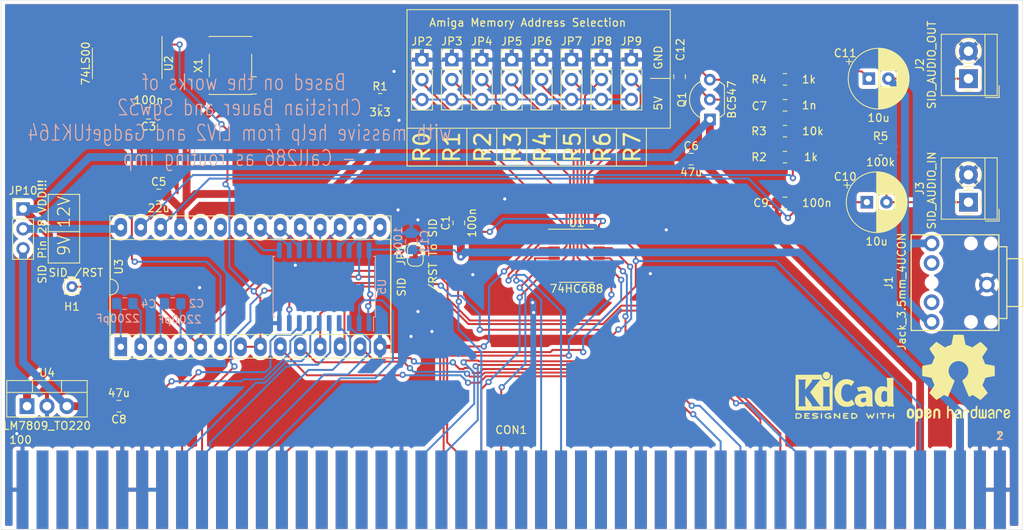
<source format=kicad_pcb>
(kicad_pcb (version 20211014) (generator pcbnew)
  (title_block (title "AMIGA ZORRO II SID") (date "2022-01-03") (rev "1"))
  (layers (0 "F.Cu" signal) (31 "B.Cu" signal) (34 "B.Paste" user) (35 "F.Paste" user) (36 "B.SilkS" user "B.Silkscreen") (37 "F.SilkS" user "F.Silkscreen") (38 "B.Mask" user) (39 "F.Mask" user) (44 "Edge.Cuts" user))
  (net 0 "")
  (net 1 "GND")
  (net 3 "/12v")
  (net 4 "/9v")
  (net 5 "+5V")
  (net 62 "Net-(C2-Pad1)")
  (net 63 "Net-(C2-Pad2)")
  (net 64 "Net-(C12-Pad1)")
  (net 65 "Net-(U2-Pad2)")
  (net 66 "Net-(U2-Pad3)")
  (net 78 "/Z2__{slash}CCS__{slash}AS")
  (net 79 "Net-(C4-Pad1)")
  (net 80 "Net-(C4-Pad2)")
  (net 81 "Net-(C10-Pad2)")
  (net 82 "Net-(C11-Pad1)")
  (net 83 "Net-(C11-Pad2)")
  (net 84 "/SID_VDD")
  (net 85 "/SID_EXT_IN")
  (net 86 "/SID_AUDIO_OUT")
  (net 87 "/+5V_Curr_Lim")
  (net 88 "/D0")
  (net 89 "/D1")
  (net 90 "/D2")
  (net 91 "/D3")
  (net 92 "/D7")
  (net 93 "/D4")
  (net 94 "/D6")
  (net 95 "/D5")
  (net 96 "/CD0")
  (net 97 "/CD1")
  (net 98 "/CD2")
  (net 99 "/CD3")
  (net 100 "/CD4")
  (net 101 "/CD5")
  (net 102 "/CD6")
  (net 103 "/CD7")
  (net 104 "/{slash}SLAVEn")
  (net 105 "/A5")
  (net 106 "/A4")
  (net 107 "/A3")
  (net 108 "/A2")
  (net 109 "/A1")
  (net 110 "/A16")
  (net 111 "/A17")
  (net 112 "/A18")
  (net 113 "/{slash}RST")
  (net 114 "/A19")
  (net 115 "/A20")
  (net 116 "/A22")
  (net 117 "/A21")
  (net 118 "/A23")
  (net 119 "/R0")
  (net 120 "/R1")
  (net 121 "/R2")
  (net 122 "/R3")
  (net 123 "/R4")
  (net 124 "/R5")
  (net 125 "/R6")
  (net 126 "/R7")
  (footprint "AmigaSID:ZorroII" (layer "F.Cu") (at 148.7805 127.2484)
    (fp_text reference "CON1")
    (fp_text value "ZorroII")
  )
  (footprint "TerminalBlock_4Ucon:TerminalBlock_4Ucon_1x02_P3.50mm_Horizontal" (layer "F.Cu") (at 207.01 77.39 90)
    (fp_text reference "J2")
    (fp_text value "SID_AUDIO_OUT")
  )
  (footprint "Package_SO:SOIC-14_3.9x8.7mm_P1.27mm" (layer "F.Cu") (at 99.8785 75.454 -90)
    (fp_text reference "U2")
    (fp_text value "74LS00")
  )
  (footprint "Connector_Pin:Pin_D0.7mm_L6.5mm_W1.8mm_FlatFork" (layer "F.Cu") (at 92.837 103.902)
    (fp_text reference "H1")
    (fp_text value "SID_/RST")
  )
  (footprint "Resistor_SMD:R_0805_2012Metric_Pad1.20x1.40mm_HandSolder" (layer "F.Cu") (at 183.642 87.392 180)
    (fp_text reference "R2")
    (fp_text value "1k")
  )
  (footprint "TerminalBlock_4Ucon:TerminalBlock_4Ucon_1x02_P3.50mm_Horizontal" (layer "F.Cu") (at 207.01 93.14 90)
    (fp_text reference "J3")
    (fp_text value "SID_AUDIO_IN")
  )
  (footprint "Resistor_SMD:R_0805_2012Metric_Pad1.20x1.40mm_HandSolder" (layer "F.Cu") (at 183.642 84.09)
    (fp_text reference "R3")
    (fp_text value "10k")
  )
  (footprint "Package_DIP:DIP-28_W15.24mm_Socket_LongPads" (layer "F.Cu") (at 99.06 111.57 90)
    (fp_text reference "U3")
    (fp_text value "SID")
  )
  (footprint "Resistor_SMD:R_0805_2012Metric_Pad1.20x1.40mm_HandSolder" (layer "F.Cu") (at 183.642 77.486)
    (fp_text reference "R4")
    (fp_text value "1k")
  )
  (footprint "Capacitor_THT:CP_Radial_D7.5mm_P2.50mm" (layer "F.Cu") (at 194.07 93.14)
    (fp_text reference "C10")
    (fp_text value "10u")
  )
  (footprint "Capacitor_SMD:C_0805_2012Metric_Pad1.18x1.45mm_HandSolder" (layer "F.Cu") (at 183.642 80.788)
    (fp_text reference "C7")
    (fp_text value "1n")
  )
  (footprint "Package_SO:TSSOP-20_4.4x6.5mm_P0.65mm" (layer "F.Cu") (at 157.099 99.965)
    (fp_text reference "U1")
    (fp_text value "74HC688")
  )
  (footprint "Capacitor_SMD:C_0805_2012Metric_Pad1.18x1.45mm_HandSolder" (layer "F.Cu") (at 171.704 87.646)
    (fp_text reference "C6")
    (fp_text value "47u")
  )
  (footprint "Package_TO_SOT_THT:TO-92_Inline_Wide" (layer "F.Cu") (at 174.084 82.604 90)
    (fp_text reference "Q1")
    (fp_text value "BC547")
  )
  (footprint "Capacitor_THT:CP_Radial_D7.5mm_P2.50mm" (layer "F.Cu") (at 194.32 77.39)
    (fp_text reference "C11")
    (fp_text value "10u")
  )
  (footprint "Capacitor_SMD:C_0805_2012Metric_Pad1.18x1.45mm_HandSolder" (layer "F.Cu") (at 183.642 93.234 180)
    (fp_text reference "C9")
    (fp_text value "100n")
  )
  (footprint "Capacitor_SMD:C_0805_2012Metric_Pad1.18x1.45mm_HandSolder" (layer "F.Cu") (at 103.886 92.218)
    (fp_text reference "C5")
    (fp_text value "22u")
  )
  (footprint "Package_TO_SOT_THT:TO-220-3_Vertical" (layer "F.Cu") (at 87.122 119.142)
    (fp_text reference "U4")
    (fp_text value "LM7809_TO220")
  )
  (footprint "Audio_More:Jack_3.5mm_4UCON" (layer "F.Cu") (at 206.82 103.39 180)
    (fp_text reference "J1")
    (fp_text value "AudioJack3")
  )
  (footprint "Connector_PinHeader_2.54mm:PinHeader_1x03_P2.54mm_Vertical" (layer "F.Cu") (at 86.614 93.996)
    (fp_text reference "JP10")
    (fp_text value "12V/9V")
  )
  (footprint "Capacitor_SMD:C_0805_2012Metric_Pad1.18x1.45mm_HandSolder" (layer "F.Cu") (at 98.82 119.142 180)
    (fp_text reference "C8")
    (fp_text value "47u")
  )
  (footprint "Oscillator:Oscillator_SMD_SeikoEpson_SG8002CA-4Pin_7.0x5.0mm" (layer "F.Cu") (at 113.03 75.708 90)
    (fp_text reference "X1")
    (fp_text value "SG-7050CCN")
  )
  (footprint "Connector_PinHeader_2.54mm:PinHeader_1x03_P2.54mm_Vertical" (layer "F.Cu") (at 148.844 74.976)
    (fp_text reference "JP5")
    (fp_text value "JPR3")
  )
  (footprint "Connector_PinHeader_2.54mm:PinHeader_1x03_P2.54mm_Vertical" (layer "F.Cu") (at 164.084 74.961)
    (fp_text reference "JP9")
    (fp_text value "JPR7")
  )
  (footprint "Symbol:KiCad-Logo2_5mm_SilkScreen" (layer "F.Cu") (at 191.262 117.745)
    (fp_text reference "REF**" hide)
    (fp_text value "KiCad-Logo2_5mm_SilkScreen" hide)
  )
  (footprint "Connector_PinHeader_2.54mm:PinHeader_1x03_P2.54mm_Vertical" (layer "F.Cu") (at 145.034 74.976)
    (fp_text reference "JP4")
    (fp_text value "JPR2")
  )
  (footprint "Resistor_SMD:R_0805_2012Metric_Pad1.20x1.40mm_HandSolder" (layer "F.Cu") (at 132.08 80.026)
    (fp_text reference "R1")
    (fp_text value "3k3")
  )
  (footprint "Jumper:SolderJumper-2_P1.3mm_Bridged_RoundedPad1.0x1.5mm" (layer "F.Cu") (at 136.57 99.89 90)
    (fp_text reference "JP1")
    (fp_text value "/RST To SID")
  )
  (footprint "Connector_PinHeader_2.54mm:PinHeader_1x03_P2.54mm_Vertical" (layer "F.Cu") (at 141.224 74.961)
    (fp_text reference "JP3")
    (fp_text value "JPR1")
  )
  (footprint "Capacitor_SMD:C_0805_2012Metric_Pad1.18x1.45mm_HandSolder" (layer "F.Cu") (at 170.22 77.14 90)
    (fp_text reference "C12")
    (fp_text value "470p")
  )
  (footprint "Connector_PinHeader_2.54mm:PinHeader_1x03_P2.54mm_Vertical" (layer "F.Cu") (at 152.654 74.961)
    (fp_text reference "JP6")
    (fp_text value "JPR4")
  )
  (footprint "Symbol:OSHW-Logo2_14.6x12mm_SilkScreen" (layer "F.Cu") (at 205.74 115.586)
    (fp_text reference "REF**" hide)
    (fp_text value "OSHW-Logo2_14.6x12mm_SilkScreen" hide)
  )
  (footprint "Capacitor_SMD:C_0805_2012Metric_Pad1.18x1.45mm_HandSolder" (layer "F.Cu") (at 102.5945 81.804 180)
    (fp_text reference "C3")
    (fp_text value "100n")
  )
  (footprint "Connector_PinHeader_2.54mm:PinHeader_1x03_P2.54mm_Vertical" (layer "F.Cu") (at 160.274 74.961)
    (fp_text reference "JP8")
    (fp_text value "JPR6")
  )
  (footprint "Resistor_SMD:R_0805_2012Metric_Pad1.20x1.40mm_HandSolder" (layer "F.Cu") (at 195.82 86.39)
    (fp_text reference "R5")
    (fp_text value "100k")
  )
  (footprint "Connector_PinHeader_2.54mm:PinHeader_1x03_P2.54mm_Vertical" (layer "F.Cu") (at 137.414 74.976)
    (fp_text reference "JP2")
    (fp_text value "JPR0")
  )
  (footprint "Capacitor_SMD:C_0805_2012Metric_Pad1.18x1.45mm_HandSolder" (layer "F.Cu") (at 142.113 95.774 90)
    (fp_text reference "C1")
    (fp_text value "100n")
  )
  (footprint "Connector_PinHeader_2.54mm:PinHeader_1x03_P2.54mm_Vertical" (layer "F.Cu") (at 156.464 74.961)
    (fp_text reference "JP7")
    (fp_text value "JPR5")
  )
  (footprint "Capacitor_SMD:C_0805_2012Metric_Pad1.18x1.45mm_HandSolder" (layer "B.Cu") (at 99.568 106.061)
    (fp_text reference "C4")
    (fp_text value "2200pF")
  )
  (footprint "Capacitor_SMD:C_0805_2012Metric_Pad1.18x1.45mm_HandSolder" (layer "B.Cu") (at 105.664 106.061)
    (fp_text reference "C2")
    (fp_text value "2200pF")
  )
  (footprint "Capacitor_SMD:C_0805_2012Metric_Pad1.18x1.45mm_HandSolder" (layer "B.Cu") (at 136.07 98.14 90)
    (fp_text reference "C13")
    (fp_text value "100n")
  )
  (footprint "Package_SO:SOIC-20W_7.5x12.8mm_P1.27mm" (layer "B.Cu") (at 124.968 103.902 90)
    (fp_text reference "U5")
    (fp_text value "74HC245")
  )
  (gr_line (start 93.82 92.14) (end 89.82 92.14) (layer "F.SilkS") (width 0.12))
  (gr_line (start 154.559 83.709) (end 154.559 88.535) (layer "F.SilkS") (width 0.12))
  (gr_line (start 139.319 83.709) (end 139.319 88.535) (layer "F.SilkS") (width 0.12))
  (gr_line (start 89.82 92.14) (end 89.82 100.89) (layer "F.SilkS") (width 0.12))
  (gr_line (start 169.037 83.709) (end 165.989 83.709) (layer "F.SilkS") (width 0.12))
  (gr_line (start 165.989 83.709) (end 165.989 88.535) (layer "F.SilkS") (width 0.12))
  (gr_line (start 165.989 88.535) (end 135.509 88.535) (layer "F.SilkS") (width 0.12))
  (gr_line (start 143.129 83.709) (end 143.129 88.535) (layer "F.SilkS") (width 0.12))
  (gr_line (start 162.179 83.709) (end 162.179 88.535) (layer "F.SilkS") (width 0.12))
  (gr_line (start 146.939 83.709) (end 146.939 88.535) (layer "F.SilkS") (width 0.12))
  (gr_line (start 93.82 100.89) (end 93.82 92.14) (layer "F.SilkS") (width 0.12))
  (gr_line (start 89.82 96.89) (end 93.82 96.89) (layer "F.SilkS") (width 0.12))
  (gr_line (start 135.509 68.596) (end 169.037 68.596) (layer "F.SilkS") (width 0.12))
  (gr_line (start 135.509 88.535) (end 135.509 83.709) (layer "F.SilkS") (width 0.12))
  (gr_line (start 89.82 100.89) (end 93.82 100.89) (layer "F.SilkS") (width 0.12))
  (gr_line (start 135.509 83.709) (end 135.509 68.596) (layer "F.SilkS") (width 0.12))
  (gr_line (start 169.037 68.596) (end 169.037 83.709) (layer "F.SilkS") (width 0.12))
  (gr_line (start 150.749 83.709) (end 150.749 88.535) (layer "F.SilkS") (width 0.12))
  (gr_line (start 135.509 83.709) (end 165.989 83.709) (layer "F.SilkS") (width 0.12))
  (gr_line (start 158.242 83.709) (end 158.242 88.535) (layer "F.SilkS") (width 0.12))
  (gr_line (start 169.037 77.359) (end 166.497 77.359) (layer "F.SilkS") (width 0.12))
  (gr_line (start 213.868 67.39) (end 83.82 67.39) (layer "Edge.Cuts") (width 0.05))
  (gr_line (start 83.82 67.39) (end 83.82 134.89) (layer "Edge.Cuts") (width 0.05))
  (gr_line (start 213.868 134.89) (end 213.868 67.39) (layer "Edge.Cuts") (width 0.05))
  (gr_line (start 83.82 134.89) (end 213.868 134.89) (layer "Edge.Cuts") (width 0.05))
  (gr_text "Based on the works of \nChristian Bauer and Sgw32\nwith massive help from LIV2 and GadgetUK164\n- Call286 as routing imp" (at 114.173 82.693) (layer "B.SilkS") (effects (font (size 2 1.5)) (justify mirror)))
  (gr_text "R3" (at 148.971 86.122 90) (layer "F.SilkS") (effects (font (size 2 2) (thickness 0.3))))
  (gr_text "R7" (at 164.211 86.122 90) (layer "F.SilkS") (effects (font (size 2 2) (thickness 0.3))))
  (gr_text "R2" (at 145.161 86.122 90) (layer "F.SilkS") (effects (font (size 2 2) (thickness 0.3))))
  (gr_text "Amiga Memory Address Selection" (at 150.876 70.247) (layer "F.SilkS") (effects (font (size 1 1))))
  (gr_text "R1" (at 141.224 86.122 90) (layer "F.SilkS") (effects (font (size 2 2) (thickness 0.3))))
  (gr_text "R6" (at 160.401 86.122 90) (layer "F.SilkS") (effects (font (size 2 2) (thickness 0.3))))
  (gr_text "R4" (at 152.781 86.122 90) (layer "F.SilkS") (effects (font (size 2 2) (thickness 0.3))))
  (gr_text "SID Pin 28 VDD!!!" (at 89.07 96.89 90) (layer "F.SilkS") (effects (font (size 1 1))))
  (gr_text "R0" (at 137.414 86.122 90) (layer "F.SilkS") (effects (font (size 2 2) (thickness 0.3))))
  (gr_text "12V" (at 91.82 94.39 90) (layer "F.SilkS") (effects (font (size 1.5 1.5))))
  (gr_text "5V" (at 167.513 80.534 90) (layer "F.SilkS") (effects (font (size 1 1))))
  (gr_text "9V\n" (at 91.82 98.64 90) (layer "F.SilkS") (effects (font (size 1.5 1.5))))
  (gr_text "GND" (at 167.513 74.692 90) (layer "F.SilkS") (effects (font (size 1 1))))
  (gr_text "R5" (at 156.591 86.122 90) (layer "F.SilkS") (effects (font (size 2 2) (thickness 0.3))))
  (via (at 85.82 122.64) (size 0.8) (drill 0.4) (layers "F.Cu" "B.Cu") (net 1))
  (via (at 168.529 96.663) (size 0.8) (drill 0.4) (layers "F.Cu" "B.Cu") (net 1))
  (via (at 136.906 95.393) (size 0.8) (drill 0.4) (layers "F.Cu" "B.Cu") (net 1))
  (via (at 136.017 110.252) (size 0.8) (drill 0.4) (layers "F.Cu" "B.Cu") (net 1))
  (via (at 151.638 107.204) (size 0.8) (drill 0.4) (layers "F.Cu" "B.Cu") (net 1))
  (via (at 166.497 102.251) (size 0.8) (drill 0.4) (layers "F.Cu" "B.Cu") (net 1))
  (via (at 109.093 104.029) (size 0.8) (drill 0.4) (layers "F.Cu" "B.Cu") (net 1))
  (via (at 136.906 107.077) (size 0.8) (drill 0.4) (layers "F.Cu" "B.Cu") (net 1))
  (via (at 138.684 109.617) (size 0.8) (drill 0.4) (layers "F.Cu" "B.Cu") (net 1))
  (via (at 134.493 82.693) (size 0.8) (drill 0.4) (layers "F.Cu" "B.Cu") (net 1))
  (via (at 143.891 102.378) (size 0.8) (drill 0.4) (layers "F.Cu" "B.Cu") (net 1))
  (via (at 121.285 101.1655) (size 0.8) (drill 0.4) (layers "F.Cu" "B.Cu") (net 1))
  (via (at 151.511 105.934) (size 0.8) (drill 0.4) (layers "F.Cu" "B.Cu") (net 1))
  (via (at 147.955 92.726) (size 0.8) (drill 0.4) (layers "F.Cu" "B.Cu") (net 1))
  (via (at 133.858 76.47) (size 0.8) (drill 0.4) (layers "F.Cu" "B.Cu") (net 1))
  (via (at 134.366 94.123) (size 0.8) (drill 0.4) (layers "F.Cu" "B.Cu") (net 1))
  (segment (start 89.916 114.348) (end 89.916 97.298) (width 1) (layer "F.Cu") (net 3))
  (segment (start 87.122 119.142) (end 87.122 117.142) (width 1) (layer "F.Cu") (net 3))
  (segment (start 200.8505 115.755) (end 200.8505 129.7884) (width 1) (layer "F.Cu") (net 3))
  (segment (start 89.916 97.298) (end 86.614 93.996) (width 1) (layer "F.Cu") (net 3))
  (segment (start 87.122 117.142) (end 89.916 114.348) (width 1) (layer "F.Cu") (net 3))
  (segment (start 174.084 82.604) (end 174.084 86.3035) (width 1) (layer "F.Cu") (net 3))
  (segment (start 174.084 86.3035) (end 172.7415 87.646) (width 1) (layer "F.Cu") (net 3))
  (segment (start 172.7415 87.646) (end 200.8505 115.755) (width 1) (layer "F.Cu") (net 3))
  (segment (start 95.068 87.392) (end 169.296 87.392) (width 1) (layer "B.Cu") (net 3))
  (segment (start 86.614 93.996) (end 88.464 93.996) (width 1) (layer "B.Cu") (net 3))
  (segment (start 169.296 87.392) (end 174.084 82.604) (width 1) (layer "B.Cu") (net 3))
  (segment (start 88.464 93.996) (end 95.068 87.392) (width 1) (layer "B.Cu") (net 3))
  (segment (start 92.202 119.142) (end 97.7825 119.142) (width 1) (layer "F.Cu") (net 4))
  (segment (start 92.202 119.142) (end 86.614 113.554) (width 1) (layer "B.Cu") (net 4))
  (segment (start 86.614 113.554) (end 86.614 99.076) (width 1) (layer "B.Cu") (net 4))
  (segment (start 107.442 93.234) (end 107.442 85.614) (width 1) (layer "F.Cu") (net 5))
  (segment (start 142.367 100.092) (end 142.367 97.0655) (width 1) (layer "F.Cu") (net 5))
  (segment (start 130.82 106.14) (end 130.57 106.39) (width 0.25) (layer "F.Cu") (net 5))
  (segment (start 125.476 92.091) (end 131.08 86.487) (width 1) (layer "F.Cu") (net 5))
  (segment (start 137.312176 92.091) (end 142.032676 96.8115) (width 1) (layer "F.Cu") (net 5))
  (segment (start 106.68 93.9745) (end 104.9235 92.218) (width 1) (layer "F.Cu") (net 5))
  (segment (start 106.68 93.98) (end 106.696 93.98) (width 1) (layer "F.Cu") (net 5))
  (segment (start 205.9305 129.7884) (end 205.9305 119.9675) (width 1) (layer "F.Cu") (net 5))
  (segment (start 110.93 81.11) (end 110.93 78.248) (width 1) (layer "F.Cu") (net 5))
  (segment (start 107.442 85.614) (end 106.934 85.106) (width 1) (layer "F.Cu") (net 5))
  (segment (start 131.08 86.487) (end 131.08 80.026) (width 1) (layer "F.Cu") (net 5))
  (segment (start 107.188 93.488) (end 108.585 92.091) (width 1) (layer "F.Cu") (net 5))
  (segment (start 159.9615 97.04) (end 159.9615 96.034515) (width 0.25) (layer "F.Cu") (net 5))
  (segment (start 103.632 81.804) (end 103.632 77.9855) (width 0.25) (layer "F.Cu") (net 5))
  (segment (start 205.9305 119.9675) (end 205.867 119.904) (width 1) (layer "F.Cu") (net 5))
  (segment (start 106.696 93.98) (end 107.442 93.234) (width 1) (layer "F.Cu") (net 5))
  (segment (start 142.367 97.0655) (end 142.113 96.8115) (width 1) (layer "F.Cu") (net 5))
  (segment (start 106.934 85.106) (end 103.632 81.804) (width 1) (layer "F.Cu") (net 5))
  (segment (start 130.82 104.89) (end 130.82 106.14) (width 0.25) (layer "F.Cu") (net 5))
  (segment (start 106.934 85.106) (end 110.93 81.11) (width 1) (layer "F.Cu") (net 5))
  (segment (start 106.68 93.98) (end 106.68 93.9745) (width 1) (layer "F.Cu") (net 5))
  (segment (start 159.9615 96.034515) (end 160.466035 95.52998) (width 0.25) (layer "F.Cu") (net 5))
  (segment (start 108.585 92.091) (end 137.312176 92.091) (width 1) (layer "F.Cu") (net 5))
  (segment (start 106.68 96.33) (end 106.68 93.98) (width 1) (layer "F.Cu") (net 5))
  (segment (start 146.05 96.917) (end 142.2185 96.917) (width 0.25) (layer "F.Cu") (net 5))
  (via (at 146.05 96.917) (size 0.8) (drill 0.4) (layers "F.Cu" "B.Cu") (net 5))
  (via (at 142.367 100.092) (size 0.8) (drill 0.4) (layers "F.Cu" "B.Cu") (net 5))
  (via (at 130.82 104.89) (size 0.8) (drill 0.4) (layers "F.Cu" "B.Cu") (net 5))
  (via (at 160.466035 95.52998) (size 0.8) (drill 0.4) (layers "F.Cu" "B.Cu") (net 5))
  (via (at 130.57 106.39) (size 0.8) (drill 0.4) (layers "F.Cu" "B.Cu") (net 5))
  (via (at 205.867 119.904) (size 0.8) (drill 0.4) (layers "F.Cu" "B.Cu") (net 5))
  (segment (start 136.07 99.1775) (end 130.7575 99.1775) (width 0.25) (layer "B.Cu") (net 5))
  (segment (start 130.57 106.39) (end 130.57 108.439) (width 0.25) (layer "B.Cu") (net 5))
  (segment (start 130.683 99.252) (end 130.683 104.753) (width 0.25) (layer "B.Cu") (net 5))
  (segment (start 141.527 99.252) (end 136.1445 99.252) (width 0.25) (layer "B.Cu") (net 5))
  (segment (start 205.9305 129.7884) (end 205.9305 119.9675) (width 1) (layer "B.Cu") (net 5))
  (segment (start 130.7575 99.1775) (end 130.683 99.252) (width 0.25) (layer "B.Cu") (net 5))
  (segment (start 130.683 104.753) (end 130.82 104.89) (width 0.25) (layer "B.Cu") (net 5))
  (segment (start 146.05 96.917) (end 147.701 95.266) (width 0.25) (layer "B.Cu") (net 5))
  (segment (start 205.867 119.904) (end 185.502949 99.539949) (width 1) (layer "B.Cu") (net 5))
  (segment (start 142.919051 99.539949) (end 142.367 100.092) (width 1) (layer "B.Cu") (net 5))
  (segment (start 136.1445 99.252) (end 136.07 99.1775) (width 0.25) (layer "B.Cu") (net 5))
  (segment (start 130.57 108.439) (end 130.683 108.552) (width 0.25) (layer "B.Cu") (net 5))
  (segment (start 205.9305 119.9675) (end 205.867 119.904) (width 1) (layer "B.Cu") (net 5))
  (segment (start 147.701 95.266) (end 160.202055 95.266) (width 0.25) (layer "B.Cu") (net 5))
  (segment (start 185.502949 99.539949) (end 142.919051 99.539949) (width 1) (layer "B.Cu") (net 5))
  (segment (start 160.202055 95.266) (end 160.466035 95.52998) (width 0.25) (layer "B.Cu") (net 5))
  (segment (start 141.527 99.252) (end 142.367 100.092) (width 0.25) (layer "B.Cu") (net 5))
  (segment (start 104.14 111.57) (end 104.14 106.5475) (width 0.25) (layer "B.Cu") (net 62))
  (segment (start 104.14 106.5475) (end 104.6265 106.061) (width 0.25) (layer "B.Cu") (net 62))
  (segment (start 106.68 111.57) (end 106.68 106.0825) (width 0.25) (layer "B.Cu") (net 63))
  (segment (start 182.642 80.8255) (end 182.642 84.09) (width 0.25) (layer "F.Cu") (net 64))
  (segment (start 182.6045 80.788) (end 181.8805 80.064) (width 0.25) (layer "F.Cu") (net 64))
  (segment (start 172.1975 78.1775) (end 174.084 80.064) (width 0.25) (layer "F.Cu") (net 64))
  (segment (start 181.8805 80.064) (end 174.084 80.064) (width 0.25) (layer "F.Cu") (net 64))
  (segment (start 170.22 78.1775) (end 172.1975 78.1775) (width 0.25) (layer "F.Cu") (net 64))
  (segment (start 110.93 73.168) (end 110.93 71.322) (width 0.25) (layer "F.Cu") (net 65))
  (segment (start 110.49 70.882) (end 102.87 70.882) (width 0.25) (layer "F.Cu") (net 65))
  (segment (start 102.4185 71.3335) (end 102.4185 72.979) (width 0.25) (layer "F.Cu") (net 65))
  (segment (start 102.87 70.882) (end 102.4185 71.3335) (width 0.25) (layer "F.Cu") (net 65))
  (segment (start 110.93 71.322) (end 110.49 70.882) (width 0.25) (layer "F.Cu") (net 65))
  (segment (start 93.472 72.279) (end 94.996 70.755) (width 0.25) (layer "F.Cu") (net 66))
  (segment (start 100.47548 86.52148) (end 93.472 79.518) (width 0.25) (layer "F.Cu") (net 66))
  (segment (start 100.47548 100.36448) (end 100.47548 86.52148) (width 0.25) (layer "F.Cu") (net 66))
  (segment (start 93.472 79.518) (end 93.472 72.279) (width 0.25) (layer "F.Cu") (net 66))
  (segment (start 100.838 100.727) (end 100.47548 100.36448) (width 0.25) (layer "F.Cu") (net 66))
  (segment (start 100.203 70.755) (end 101.1485 71.7005) (width 0.25) (layer "F.Cu") (net 66))
  (segment (start 101.1485 71.7005) (end 101.1485 72.979) (width 0.25) (layer "F.Cu") (net 66))
  (segment (start 94.996 70.755) (end 100.203 70.755) (width 0.25) (layer "F.Cu") (net 66))
  (via (at 100.838 100.727) (size 0.8) (drill 0.4) (layers "F.Cu" "B.Cu") (net 66))
  (segment (start 109.982 100.727) (end 100.838 100.727) (width 0.25) (layer "B.Cu") (net 66))
  (segment (start 111.76 111.57) (end 111.76 102.505) (width 0.25) (layer "B.Cu") (net 66))
  (segment (start 111.76 102.505) (end 109.982 100.727) (width 0.25) (layer "B.Cu") (net 66))
  (segment (start 140.578992 111.522) (end 145.288 111.522) (width 0.25) (layer "F.Cu") (net 78))
  (segment (start 119.5705 125.5504) (end 125.0264 120.0945) (width 0.25) (layer "F.Cu") (net 78))
  (segment (start 136.761856 120.0945) (end 139.727479 117.128877) (width 0.25) (layer "F.Cu") (net 78))
  (segment (start 154.2365 97.04) (end 152.866518 97.04) (width 0.25) (layer "F.Cu") (net 78))
  (segment (start 125.0264 120.0945) (end 136.761856 120.0945) (width 0.25) (layer "F.Cu") (net 78))
  (segment (start 152.866518 97.04) (end 147.952598 101.95392) (width 0.25) (layer "F.Cu") (net 78))
  (segment (start 139.727479 117.128877) (end 139.727479 112.373513) (width 0.25) (layer "F.Cu") (net 78))
  (segment (start 139.727479 112.373513) (end 140.578992 111.522) (width 0.25) (layer "F.Cu") (net 78))
  (segment (start 147.952598 101.95392) (end 147.866953 101.95392) (width 0.25) (layer "F.Cu") (net 78))
  (via (at 147.866953 101.95392) (size 0.8) (drill 0.4) (layers "F.Cu" "B.Cu") (net 78))
  (via (at 145.288 111.522) (size 0.8) (drill 0.4) (layers "F.Cu" "B.Cu") (net 78))
  (segment (start 145.954011 103.866862) (end 145.954011 110.855989) (width 0.25) (layer "B.Cu") (net 78))
  (segment (start 147.866953 101.95392) (end 145.954011 103.866862) (width 0.25) (layer "B.Cu") (net 78))
  (segment (start 145.954011 110.855989) (end 145.288 111.522) (width 0.25) (layer "B.Cu") (net 78))
  (segment (start 99.06 111.57) (end 99.06 106.5905) (width 0.25) (layer "B.Cu") (net 79))
  (segment (start 99.06 106.5905) (end 98.5305 106.061) (width 0.25) (layer "B.Cu") (net 79))
  (segment (start 101.6 111.57) (end 101.6 107.0555) (width 0.25) (layer "B.Cu") (net 80))
  (segment (start 101.6 107.0555) (end 100.6055 106.061) (width 0.25) (layer "B.Cu") (net 80))
  (segment (start 196.57 93.14) (end 207.01 93.14) (width 0.25) (layer "F.Cu") (net 81))
  (segment (start 194.82 86.39) (end 196.57 88.14) (width 0.25) (layer "F.Cu") (net 81))
  (segment (start 196.57 88.14) (end 196.57 93.14) (width 0.25) (layer "F.Cu") (net 81))
  (segment (start 193.39148 76.46148) (end 194.32 77.39) (width 0.25) (layer "F.Cu") (net 82))
  (segment (start 172.6625 76.1025) (end 174.084 77.524) (width 0.25) (layer "F.Cu") (net 82))
  (segment (start 182.604 77.524) (end 174.084 77.524) (width 0.25) (layer "F.Cu") (net 82))
  (segment (start 183.66652 76.46148) (end 193.39148 76.46148) (width 0.25) (layer "F.Cu") (net 82))
  (segment (start 182.642 77.486) (end 183.66652 76.46148) (width 0.25) (layer "F.Cu") (net 82))
  (segment (start 170.22 76.1025) (end 172.6625 76.1025) (width 0.25) (layer "F.Cu") (net 82))
  (segment (start 196.82 77.39) (end 207.01 77.39) (width 0.25) (layer "F.Cu") (net 83))
  (segment (start 198.92 99.292) (end 198.92 105.39) (width 1) (layer "B.Cu") (net 83))
  (segment (start 198.92 105.39) (end 201.92 108.39) (width 1) (layer "B.Cu") (net 83))
  (segment (start 196.82 77.39) (end 198.92 79.49) (width 1) (layer "B.Cu") (net 83))
  (segment (start 198.92 99.292) (end 199.822 98.39) (width 1) (layer "B.Cu") (net 83))
  (segment (start 199.822 98.39) (end 202.32 98.39) (width 1) (layer "B.Cu") (net 83))
  (segment (start 198.92 79.49) (end 198.92 99.292) (width 1) (layer "B.Cu") (net 83))
  (segment (start 86.614 96.536) (end 98.854 96.536) (width 1) (layer "B.Cu") (net 84))
  (segment (start 184.6795 93.107) (end 184.7125 93.14) (width 0.25) (layer "F.Cu") (net 85))
  (segment (start 184.6795 94.4825) (end 184.023 95.139) (width 0.25) (layer "F.Cu") (net 85))
  (segment (start 184.7125 93.14) (end 194.07 93.14) (width 0.25) (layer "F.Cu") (net 85))
  (segment (start 184.6795 93.107) (end 184.6795 94.4825) (width 0.25) (layer "F.Cu") (net 85))
  (via (at 184.023 95.139) (size 0.8) (drill 0.4) (layers "F.Cu" "B.Cu") (net 85))
  (segment (start 110.342489 90.127511) (end 104.14 96.33) (width 0.25) (layer "B.Cu") (net 85))
  (segment (start 179.011511 90.127511) (end 110.342489 90.127511) (width 0.25) (layer "B.Cu") (net 85))
  (segment (start 184.023 95.139) (end 179.011511 90.127511) (width 0.25) (layer "B.Cu") (net 85))
  (segment (start 184.642 87.392) (end 184.642 84.09) (width 0.25) (layer "F.Cu") (net 86))
  (segment (start 184.642 90.043) (end 184.642 87.392) (width 0.25) (layer "F.Cu") (net 86))
  (segment (start 184.658 90.059) (end 184.642 90.043) (width 0.25) (layer "F.Cu") (net 86))
  (via (at 184.658 90.059) (size 0.8) (drill 0.4) (layers "F.Cu" "B.Cu") (net 86))
  (segment (start 184.277 89.678) (end 184.658 90.059) (width 0.25) (layer "B.Cu") (net 86))
  (segment (start 108.252 89.678) (end 184.277 89.678) (width 0.25) (layer "B.Cu") (net 86))
  (segment (start 101.6 96.33) (end 108.252 89.678) (width 0.25) (layer "B.Cu") (net 86))
  (segment (start 133.11 80.056) (end 137.414 80.056) (width 0.25) (layer "F.Cu") (net 87))
  (segment (start 156.464 80.041) (end 160.274 80.041) (width 0.25) (layer "B.Cu") (net 87))
  (segment (start 145.034 80.056) (end 148.844 80.056) (width 0.25) (layer "B.Cu") (net 87))
  (segment (start 152.654 80.041) (end 148.859 80.041) (width 0.25) (layer "B.Cu") (net 87))
  (segment (start 160.274 80.041) (end 164.084 80.041) (width 0.25) (layer "B.Cu") (net 87))
  (segment (start 141.224 80.041) (end 145.019 80.041) (width 0.25) (layer "B.Cu") (net 87))
  (segment (start 137.414 80.056) (end 141.209 80.056) (width 0.25) (layer "B.Cu") (net 87))
  (segment (start 152.654 80.041) (end 156.464 80.041) (width 0.25) (layer "B.Cu") (net 87))
  (segment (start 117.0305 125.5504) (end 126.9949 115.586) (width 0.25) (layer "B.Cu") (net 88))
  (segment (start 117.0305 129.7884) (end 117.0305 125.5504) (width 0.25) (layer "B.Cu") (net 88))
  (segment (start 132.32 105.64) (end 130.07 105.64) (width 0.25) (layer "B.Cu") (net 88))
  (segment (start 131.445 115.586) (end 133.731 113.3) (width 0.25) (layer "B.Cu") (net 88))
  (segment (start 129.413 106.297) (end 129.413 108.552) (width 0.25) (layer "B.Cu") (net 88))
  (segment (start 126.9949 115.586) (end 131.445 115.586) (width 0.25) (layer "B.Cu") (net 88))
  (segment (start 130.07 105.64) (end 129.413 106.297) (width 0.25) (layer "B.Cu") (net 88))
  (segment (start 133.731 113.3) (end 133.731 107.051) (width 0.25) (layer "B.Cu") (net 88))
  (segment (start 133.731 107.051) (end 132.32 105.64) (width 0.25) (layer "B.Cu") (net 88))
  (segment (start 114.4905 125.5504) (end 124.942856 115.098044) (width 0.25) (layer "B.Cu") (net 89))
  (segment (start 130.81 110.849689) (end 129.861831 109.90152) (width 0.25) (layer "B.Cu") (net 89))
  (segment (start 129.861831 109.90152) (end 129.066448 109.90152) (width 0.25) (layer "B.Cu") (net 89))
  (segment (start 124.942856 115.098044) (end 128.002267 115.098044) (width 0.25) (layer "B.Cu") (net 89))
  (segment (start 114.4905 129.7884) (end 114.4905 125.5504) (width 0.25) (layer "B.Cu") (net 89))
  (segment (start 130.81 112.290311) (end 130.81 110.849689) (width 0.25) (layer "B.Cu") (net 89))
  (segment (start 128.002267 115.098044) (end 130.81 112.290311) (width 0.25) (layer "B.Cu") (net 89))
  (segment (start 128.143 108.978072) (end 128.143 108.552) (width 0.25) (layer "B.Cu") (net 89))
  (segment (start 129.066448 109.90152) (end 128.143 108.978072) (width 0.25) (layer "B.Cu") (net 89))
  (segment (start 126.038779 114.521532) (end 128.27 112.290311) (width 0.25) (layer "B.Cu") (net 90))
  (segment (start 122.979368 114.521532) (end 126.038779 114.521532) (width 0.25) (layer "B.Cu") (net 90))
  (segment (start 111.9505 129.7884) (end 111.9505 125.5504) (width 0.25) (layer "B.Cu") (net 90))
  (segment (start 128.27 110.375072) (end 126.873 108.978072) (width 0.25) (layer "B.Cu") (net 90))
  (segment (start 128.27 112.290311) (end 128.27 110.375072) (width 0.25) (layer "B.Cu") (net 90))
  (segment (start 111.9505 125.5504) (end 122.979368 114.521532) (width 0.25) (layer "B.Cu") (net 90))
  (segment (start 126.873 108.978072) (end 126.873 108.552) (width 0.25) (layer "B.Cu") (net 90))
  (segment (start 125.73 112.290311) (end 125.73 108.679) (width 0.25) (layer "B.Cu") (net 91))
  (segment (start 110.4225 124.5384) (end 110.4225 123.789219) (width 0.25) (layer "B.Cu") (net 91))
  (segment (start 120.139699 114.07202) (end 120.514388 114.07202) (width 0.25) (layer "B.Cu") (net 91))
  (segment (start 110.4225 123.789219) (end 120.139699 114.07202) (width 0.25) (layer "B.Cu") (net 91))
  (segment (start 124.153822 113.866489) (end 125.73 112.290311) (width 0.25) (layer "B.Cu") (net 91))
  (segment (start 109.4105 125.5504) (end 110.4225 124.5384) (width 0.25) (layer "B.Cu") (net 91))
  (segment (start 125.73 108.679) (end 125.603 108.552) (width 0.25) (layer "B.Cu") (net 91))
  (segment (start 109.4105 129.7884) (end 109.4105 125.5504) (width 0.25) (layer "B.Cu") (net 91))
  (segment (start 120.514388 114.07202) (end 120.719919 113.866489) (width 0.25) (layer "B.Cu") (net 91))
  (segment (start 120.719919 113.866489) (end 124.153822 113.866489) (width 0.25) (layer "B.Cu") (net 91))
  (segment (start 117.348 104.41) (end 119.253 104.41) (width 0.25) (layer "F.Cu") (net 92))
  (segment (start 119.253 104.41) (end 120.523 105.68) (width 0.25) (layer "F.Cu") (net 92))
  (segment (start 120.523 105.68) (end 120.523 106.823) (width 0.25) (layer "F.Cu") (net 92))
  (segment (start 109.4105 118.202308) (end 109.4105 129.7884) (width 0.25) (layer "F.Cu") (net 92))
  (segment (start 113.538 114.074808) (end 109.4105 118.202308) (width 0.25) (layer "F.Cu") (net 92))
  (via (at 113.538 114.074808) (size 0.8) (drill 0.4) (layers "F.Cu" "B.Cu") (net 92))
  (via (at 117.348 104.41) (size 0.8) (drill 0.4) (layers "F.Cu" "B.Cu") (net 92))
  (via (at 120.523 106.823) (size 0.8) (drill 0.4) (layers "F.Cu" "B.Cu") (net 92))
  (segment (start 113.07 110.809689) (end 113.07 113.606808) (width 0.25) (layer "B.Cu") (net 92))
  (segment (start 117.348 104.41) (end 115.57 106.188) (width 0.25) (layer "B.Cu") (net 92))
  (segment (start 115.57 106.188) (end 115.57 108.309689) (width 0.25) (layer "B.Cu") (net 92))
  (segment (start 120.523 108.552) (end 120.523 106.823) (width 0.25) (layer "B.Cu") (net 92))
  (segment (start 113.07 113.606808) (end 113.538 114.074808) (width 0.25) (layer "B.Cu") (net 92))
  (segment (start 115.57 108.309689) (end 113.07 110.809689) (width 0.25) (layer "B.Cu") (net 92))
  (segment (start 123.19 110.121072) (end 124.333 108.978072) (width 0.25) (layer "B.Cu") (net 93))
  (segment (start 122.063332 113.416979) (end 123.19 112.290311) (width 0.25) (layer "B.Cu") (net 93))
  (segment (start 117.413505 116.16251) (end 120.159036 113.416979) (width 0.25) (layer "B.Cu") (net 93))
  (segment (start 106.8705 129.7884) (end 106.8705 125.5504) (width 0.25) (layer "B.Cu") (net 93))
  (segment (start 123.19 112.290311) (end 123.19 110.121072) (width 0.25) (layer "B.Cu") (net 93))
  (segment (start 106.8705 125.5504) (end 116.258389 116.162511) (width 0.25) (layer "B.Cu") (net 93))
  (segment (start 124.333 108.978072) (end 124.333 108.552) (width 0.25) (layer "B.Cu") (net 93))
  (segment (start 120.159036 113.416979) (end 122.063332 113.416979) (width 0.25) (layer "B.Cu") (net 93))
  (segment (start 116.258389 116.162511) (end 117.413505 116.16251) (width 0.25) (layer "B.Cu") (net 93))
  (segment (start 106.8705 116.9195) (end 106.8705 129.7884) (width 0.25) (layer "F.Cu") (net 94))
  (segment (start 108.966 114.824) (end 106.8705 116.9195) (width 0.25) (layer "F.Cu") (net 94))
  (via (at 108.966 114.824) (size 0.8) (drill 0.4) (layers "F.Cu" "B.Cu") (net 94))
  (segment (start 121.793 108.552) (end 121.793 108.978072) (width 0.25) (layer "B.Cu") (net 94))
  (segment (start 117.505299 114.799308) (end 108.990692 114.799308) (width 0.25) (layer "B.Cu") (net 94))
  (segment (start 118.116311 110.843378) (end 118.116311 114.188296) (width 0.25) (layer "B.Cu") (net 94))
  (segment (start 120.725592 110.04548) (end 118.914209 110.04548) (width 0.25) (layer "B.Cu") (net 94))
  (segment (start 118.914209 110.04548) (end 118.116311 110.843378) (width 0.25) (layer "B.Cu") (net 94))
  (segment (start 121.793 108.978072) (end 120.725592 110.04548) (width 0.25) (layer "B.Cu") (net 94))
  (segment (start 108.990692 114.799308) (end 108.966 114.824) (width 0.25) (layer "B.Cu") (net 94))
  (segment (start 118.116311 114.188296) (end 117.505299 114.799308) (width 0.25) (layer "B.Cu") (net 94))
  (segment (start 105.537 115.967) (end 104.3305 117.1735) (width 0.25) (layer "F.Cu") (net 95))
  (segment (start 104.3305 117.1735) (end 104.3305 129.7884) (width 0.25) (layer "F.Cu") (net 95))
  (via (at 105.537 115.967) (size 0.8) (drill 0.4) (layers "F.Cu" "B.Cu") (net 95))
  (segment (start 120.65 110.849689) (end 120.65 112.290311) (width 0.25) (layer "B.Cu") (net 95))
  (segment (start 121.454209 110.04548) (end 120.65 110.849689) (width 0.25) (layer "B.Cu") (net 95))
  (segment (start 122.12652 110.04548) (end 121.454209 110.04548) (width 0.25) (layer "B.Cu") (net 95))
  (segment (start 120.65 112.290311) (end 117.227311 115.713) (width 0.25) (layer "B.Cu") (net 95))
  (segment (start 123.063 108.552) (end 123.063 109.109) (width 0.25) (layer "B.Cu") (net 95))
  (segment (start 114.41998 115.967) (end 105.537 115.967) (width 0.25) (layer "B.Cu") (net 95))
  (segment (start 123.063 109.109) (end 122.12652 110.04548) (width 0.25) (layer "B.Cu") (net 95))
  (segment (start 114.67398 115.713) (end 114.41998 115.967) (width 0.25) (layer "B.Cu") (net 95))
  (segment (start 117.227311 115.713) (end 114.67398 115.713) (width 0.25) (layer "B.Cu") (net 95))
  (segment (start 129.066448 97.90248) (end 130.50752 97.90248) (width 0.25) (layer "B.Cu") (net 96))
  (segment (start 128.143 99.252) (end 128.143 98.825928) (width 0.25) (layer "B.Cu") (net 96))
  (segment (start 128.143 98.825928) (end 129.066448 97.90248) (width 0.25) (layer "B.Cu") (net 96))
  (segment (start 130.50752 97.90248) (end 132.08 96.33) (width 0.25) (layer "B.Cu") (net 96))
  (segment (start 129.368928 96.33) (end 129.54 96.33) (width 0.25) (layer "B.Cu") (net 97))
  (segment (start 126.873 99.252) (end 126.873 98.825928) (width 0.25) (layer "B.Cu") (net 97))
  (segment (start 126.873 98.825928) (end 129.368928 96.33) (width 0.25) (layer "B.Cu") (net 97))
  (segment (start 125.603 99.252) (end 125.603 97.727) (width 0.25) (layer "B.Cu") (net 98))
  (segment (start 125.603 97.727) (end 127 96.33) (width 0.25) (layer "B.Cu") (net 98))
  (segment (start 124.333 99.252) (end 124.46 99.125) (width 0.25) (layer "B.Cu") (net 99))
  (segment (start 124.46 99.125) (end 124.46 96.33) (width 0.25) (layer "B.Cu") (net 99))
  (segment (start 123.063 99.252) (end 123.063 97.473) (width 0.25) (layer "B.Cu") (net 100))
  (segment (start 123.063 97.473) (end 121.92 96.33) (width 0.25) (layer "B.Cu") (net 100))
  (segment (start 121.793 99.252) (end 121.793 98.825928) (width 0.25) (layer "B.Cu") (net 101))
  (segment (start 121.793 98.825928) (end 119.38 96.412928) (width 0.25) (layer "B.Cu") (net 101))
  (segment (start 119.38 96.412928) (end 119.38 96.33) (width 0.25) (layer "B.Cu") (net 101))
  (segment (start 120.523 98.825928) (end 119.599552 97.90248) (width 0.25) (layer "B.Cu") (net 102))
  (segment (start 119.599552 97.90248) (end 118.41248 97.90248) (width 0.25) (layer "B.Cu") (net 102))
  (segment (start 120.523 99.252) (end 120.523 98.825928) (width 0.25) (layer "B.Cu") (net 102))
  (segment (start 118.41248 97.90248) (end 116.84 96.33) (width 0.25) (layer "B.Cu") (net 102))
  (segment (start 119.253 99.252) (end 117.222 99.252) (width 0.25) (layer "B.Cu") (net 103))
  (segment (start 117.222 99.252) (end 114.3 96.33) (width 0.25) (layer "B.Cu") (net 103))
  (segment (start 116.84 111.57) (end 116.84 105.343078) (width 0.25) (layer "F.Cu") (net 104))
  (segment (start 114.3 111.57) (end 116.84 111.57) (width 0.25) (layer "F.Cu") (net 104))
  (segment (start 112.397335 90.564665) (end 112.397335 90.852011) (width 0.25) (layer "F.Cu") (net 104))
  (segment (start 164.647599 99.385599) (end 164.647599 100.63945) (width 0.25) (layer "F.Cu") (net 104))
  (segment (start 140.682811 105.392107) (end 140.682811 103.606211) (width 0.25) (layer "F.Cu") (net 104))
  (segment (start 140.682811 103.606211) (end 139.7166 102.64) (width 0.25) (layer "F.Cu") (net 104))
  (segment (start 115.99676 104.499838) (end 117.856598 102.64) (width 0.25) (layer "F.Cu") (net 104))
  (segment (start 129.408728 102.64) (end 129.332738 102.71599) (width 0.25) (layer "F.Cu") (net 104))
  (segment (start 111.887 83.201) (end 112.649 83.963) (width 0.25) (layer "F.Cu") (net 104))
  (segment (start 139.7166 102.64) (end 129.408728 102.64) (width 0.25) (layer "F.Cu") (net 104))
  (segment (start 116.84 105.343078) (end 115.99676 104.499838) (width 0.25) (layer "F.Cu") (net 104))
  (segment (start 112.649 83.963) (end 112.649 90.313) (width 0.25) (layer "F.Cu") (net 104))
  (segment (start 164.647599 100.63945) (end 164.647599 103.846401) (width 0.25) (layer "F.Cu") (net 104))
  (segment (start 112.649 90.313) (end 112.397335 90.564665) (width 0.25) (layer "F.Cu") (net 104))
  (segment (start 143.510704 108.22) (end 140.682811 105.392107) (width 0.25) (layer "F.Cu") (net 104))
  (segment (start 164.647599 103.846401) (end 160.274 108.22) (width 0.25) (layer "F.Cu") (net 104))
  (segment (start 117.856598 102.64) (end 129.256748 102.64) (width 0.25) (layer "F.Cu") (net 104))
  (segment (start 106.553 73.041) (end 103.7505 73.041) (width 0.25) (layer "F.Cu") (net 104))
  (segment (start 160.274 108.22) (end 143.510704 108.22) (width 0.25) (layer "F.Cu") (net 104))
  (segment (start 159.9615 97.69) (end 162.952 97.69) (width 0.25) (layer "F.Cu") (net 104))
  (segment (start 129.256748 102.64) (end 129.332738 102.71599) (width 0.25) (layer "F.Cu") (net 104))
  (segment (start 162.952 97.69) (end 164.647599 99.385599) (width 0.25) (layer "F.Cu") (net 104))
  (via (at 112.397335 90.852011) (size 0.8) (drill 0.4) (layers "F.Cu" "B.Cu") (net 104))
  (via (at 115.99676 104.499838) (size 0.8) (drill 0.4) (layers "F.Cu" "B.Cu") (net 104))
  (via (at 111.887 83.201) (size 0.8) (drill 0.4) (layers "F.Cu" "B.Cu") (net 104))
  (via (at 164.647599 100.63945) (size 0.8) (drill 0.4) (layers "F.Cu" "B.Cu") (net 104))
  (via (at 106.553 73.041) (size 0.8) (drill 0.4) (layers "F.Cu" "B.Cu") (net 104))
  (via (at 129.332738 102.71599) (size 0.8) (drill 0.4) (layers "F.Cu" "B.Cu") (net 104))
  (segment (start 115.99676 104.499838) (end 112.903 101.406078) (width 0.25) (layer "B.Cu") (net 104))
  (segment (start 111.887 83.201) (end 106.553 77.867) (width 0.25) (layer "B.Cu") (net 104))
  (segment (start 106.553 77.867) (end 106.553 73.041) (width 0.25) (layer "B.Cu") (net 104))
  (segment (start 112.903 91.357676) (end 112.397335 90.852011) (width 0.25) (layer "B.Cu") (net 104))
  (segment (start 182.53845 100.63945) (end 164.647599 100.63945) (width 0.25) (layer "B.Cu") (net 104))
  (segment (start 112.903 101.406078) (end 112.903 91.357676) (width 0.25) (layer "B.Cu") (net 104))
  (segment (start 129.413 99.252) (end 129.413 102.635728) (width 0.25) (layer "B.Cu") (net 104))
  (segment (start 200.8505 129.7884) (end 200.8505 118.9515) (width 0.25) (layer "B.Cu") (net 104))
  (segment (start 200.8505 118.9515) (end 182.53845 100.63945) (width 0.25) (layer "B.Cu") (net 104))
  (segment (start 129.413 102.635728) (end 129.332738 102.71599) (width 0.25) (layer "B.Cu") (net 104))
  (segment (start 143.878626 114.892784) (end 143.899343 114.913501) (width 0.25) (layer "F.Cu") (net 105))
  (segment (start 142.196318 114.399318) (end 142.724153 114.399318) (width 0.25) (layer "F.Cu") (net 105))
  (segment (start 143.878626 114.693847) (end 143.878626 114.892784) (width 0.25) (layer "F.Cu") (net 105))
  (segment (start 144.699099 114.913501) (end 145.2071 114.4055) (width 0.25) (layer "F.Cu") (net 105))
  (segment (start 145.2071 114.4055) (end 173.063501 114.405501) (width 0.25) (layer "F.Cu") (net 105))
  (segment (start 135.973932 113.014989) (end 136.391346 113.432403) (width 0.25) (layer "F.Cu") (net 105))
  (segment (start 142.724153 114.399318) (end 142.854026 114.269445) (width 0.25) (layer "F.Cu") (net 105))
  (segment (start 143.899343 114.913501) (end 144.699099 114.913501) (width 0.25) (layer "F.Cu") (net 105))
  (segment (start 141.351 113.554) (end 142.196318 114.399318) (width 0.25) (layer "F.Cu") (net 105))
  (segment (start 131.064519 113.094519) (end 132.443421 113.09452) (width 0.25) (layer "F.Cu") (net 105))
  (segment (start 132.522952 113.014989) (end 135.973932 113.014989) (width 0.25) (layer "F.Cu") (net 105))
  (segment (start 132.443421 113.09452) (end 132.522952 113.014989) (width 0.25) (layer "F.Cu") (net 105))
  (segment (start 143.454224 114.269445) (end 143.878626 114.693847) (width 0.25) (layer "F.Cu") (net 105))
  (segment (start 129.54 111.57) (end 131.064519 113.094519) (width 0.25) (layer "F.Cu") (net 105))
  (segment (start 142.854026 114.269445) (end 143.454224 114.269445) (width 0.25) (layer "F.Cu") (net 105))
  (segment (start 173.063501 114.405501) (end 177.419 118.761) (width 0.25) (layer "F.Cu") (net 105))
  (via (at 177.419 118.761) (size 0.8) (drill 0.4) (layers "F.Cu" "B.Cu") (net 105))
  (via (at 136.391346 113.432403) (size 0.8) (drill 0.4) (layers "F.Cu" "B.Cu") (net 105))
  (via (at 141.351 113.554) (size 0.8) (drill 0.4) (layers "F.Cu" "B.Cu") (net 105))
  (segment (start 185.6105 125.5504) (end 178.8211 118.761) (width 0.25) (layer "B.Cu") (net 105))
  (segment (start 141.224 113.681) (end 136.639943 113.681) (width 0.25) (layer "B.Cu") (net 105))
  (segment (start 141.351 113.554) (end 141.224 113.681) (width 0.25) (layer "B.Cu") (net 105))
  (segment (start 178.8211 118.761) (end 177.419 118.761) (width 0.25) (layer "B.Cu") (net 105))
  (segment (start 136.639943 113.681) (end 136.391346 113.432403) (width 0.25) (layer "B.Cu") (net 105))
  (segment (start 164.973 106.315) (end 166.751 106.315) (width 0.25) (layer "F.Cu") (net 106))
  (segment (start 138.545 103.89) (end 143.32451 108.66951) (width 0.25) (layer "F.Cu") (net 106))
  (segment (start 143.32451 108.66951) (end 160.460194 108.66951) (width 0.25) (layer "F.Cu") (net 106))
  (segment (start 183.05 122.614) (end 183.05 127.14) (width 0.25) (layer "F.Cu") (net 106))
  (segment (start 127.548996 111.57) (end 127.548996 104.911004) (width 0.25) (layer "F.Cu") (net 106))
  (segment (start 160.460194 108.66951) (end 162.805501 106.324203) (width 0.25) (layer "F.Cu") (net 106))
  (segment (start 162.805501 106.324203) (end 165.004203 106.324203) (width 0.25) (layer "F.Cu") (net 106))
  (segment (start 127.548996 104.911004) (end 128.57 103.89) (width 0.25) (layer "F.Cu") (net 106))
  (segment (start 128.57 103.89) (end 138.545 103.89) (width 0.25) (layer "F.Cu") (net 106))
  (segment (start 166.751 106.315) (end 183.05 122.614) (width 0.25) (layer "F.Cu") (net 106))
  (segment (start 160.371397 109.394011) (end 144.78 109.394011) (width 0.25) (layer "F.Cu") (net 107))
  (segment (start 128.756194 103.44049) (end 138.731194 103.44049) (width 0.25) (layer "F.Cu") (net 107))
  (segment (start 139.631489 103.579489) (end 139.827 103.775) (width 0.25) (layer "F.Cu") (net 107))
  (segment (start 124.46 107.364296) (end 128.383807 103.440489) (width 0.25) (layer "F.Cu") (net 107))
  (segment (start 180.51 120.8274) (end 166.642622 106.960022) (width 0.25) (layer "F.Cu") (net 107))
  (segment (start 124.46 111.57) (end 124.46 107.364296) (width 0.25) (layer "F.Cu") (net 107))
  (segment (start 138.731194 103.44049) (end 138.870193 103.579489) (width 0.25) (layer "F.Cu") (net 107))
  (segment (start 128.383807 103.440489) (end 128.756194 103.44049) (width 0.25) (layer "F.Cu") (net 107))
  (segment (start 162.805386 106.960022) (end 160.371397 109.394011) (width 0.25) (layer "F.Cu") (net 107))
  (segment (start 138.870193 103.579489) (end 139.631489 103.579489) (width 0.25) (layer "F.Cu") (net 107))
  (segment (start 180.51 127.14) (end 180.51 120.8274) (width 0.25) (layer "F.Cu") (net 107))
  (segment (start 166.642622 106.960022) (end 162.805386 106.960022) (width 0.25) (layer "F.Cu") (net 107))
  (via (at 139.827 103.775) (size 0.8) (drill 0.4) (layers "F.Cu" "B.Cu") (net 107))
  (via (at 144.78 109.394011) (size 0.8) (drill 0.4) (layers "F.Cu" "B.Cu") (net 107))
  (segment (start 141.129848 105.077848) (end 139.827 103.775) (width 0.25) (layer "B.Cu") (net 107))
  (segment (start 144.78 109.394011) (end 144.78 107.440098) (width 0.25) (layer "B.Cu") (net 107))
  (segment (start 144.78 107.440098) (end 142.41775 105.077848) (width 0.25) (layer "B.Cu") (net 107))
  (segment (start 142.41775 105.077848) (end 141.129848 105.077848) (width 0.25) (layer "B.Cu") (net 107))
  (segment (start 145.393293 114.855011) (end 144.885292 115.363012) (width 0.25) (layer "F.Cu") (net 108))
  (segment (start 135.053491 113.464499) (end 135.88047 114.291478) (width 0.25) (layer "F.Cu") (net 108))
  (segment (start 123.89403 113.54403) (end 132.629615 113.54403) (width 0.25) (layer "F.Cu") (net 108))
  (segment (start 144.885292 115.363012) (end 143.523191 115.363012) (width 0.25) (layer "F.Cu") (net 108))
  (segment (start 171.772446 119.081623) (end 167.545835 114.855012) (width 0.25) (layer "F.Cu") (net 108))
  (segment (start 121.92 111.57) (end 123.89403 113.54403) (width 0.25) (layer "F.Cu") (net 108))
  (segment (start 132.709146 113.464499) (end 135.053491 113.464499) (width 0.25) (layer "F.Cu") (net 108))
  (segment (start 132.629615 113.54403) (end 132.709146 113.464499) (width 0.25) (layer "F.Cu") (net 108))
  (segment (start 167.545835 114.855012) (end 145.393293 114.855011) (width 0.25) (layer "F.Cu") (net 108))
  (segment (start 143.523191 115.363012) (end 143.154125 114.993946) (width 0.25) (layer "F.Cu") (net 108))
  (via (at 135.88047 114.291478) (size 0.8) (drill 0.4) (layers "F.Cu" "B.Cu") (net 108))
  (via (at 171.772446 119.081623) (size 0.8) (drill 0.4) (layers "F.Cu" "B.Cu") (net 108))
  (via (at 143.154125 114.993946) (size 0.8) (drill 0.4) (layers "F.Cu" "B.Cu") (net 108))
  (segment (start 136.344481 114.755489) (end 142.915668 114.755489) (width 0.25) (layer "B.Cu") (net 108))
  (segment (start 177.97 127.14) (end 177.97 124.265) (width 0.25) (layer "B.Cu") (net 108))
  (segment (start 177.97 124.265) (end 172.786623 119.081623) (width 0.25) (layer "B.Cu") (net 108))
  (segment (start 172.786623 119.081623) (end 171.772446 119.081623) (width 0.25) (layer "B.Cu") (net 108))
  (segment (start 142.915668 114.755489) (end 143.154125 114.993946) (width 0.25) (layer "B.Cu") (net 108))
  (segment (start 135.88047 114.291478) (end 136.344481 114.755489) (width 0.25) (layer "B.Cu") (net 108))
  (segment (start 144.735067 116.148941) (end 143.284522 116.148941) (width 0.25) (layer "F.Cu") (net 109))
  (segment (start 134.891198 115.205) (end 134.954649 115.141549) (width 0.25) (layer "F.Cu") (net 109))
  (segment (start 166.869218 115.331818) (end 145.55219 115.331818) (width 0.25) (layer "F.Cu") (net 109))
  (segment (start 171.953701 120.162299) (end 171.699699 120.162299) (width 0.25) (layer "F.Cu") (net 109))
  (segment (start 171.699699 120.162299) (end 166.869218 115.331818) (width 0.25) (layer "F.Cu") (net 109))
  (segment (start 119.266057 111.683943) (end 122.787114 115.205) (width 0.25) (layer "F.Cu") (net 109))
  (segment (start 122.787114 115.205) (end 134.891198 115.205) (width 0.25) (layer "F.Cu") (net 109))
  (segment (start 145.55219 115.331818) (end 144.735067 116.148941) (width 0.25) (layer "F.Cu") (net 109))
  (via (at 171.953701 120.162299) (size 0.8) (drill 0.4) (layers "F.Cu" "B.Cu") (net 109))
  (via (at 143.284522 116.148941) (size 0.8) (drill 0.4) (layers "F.Cu" "B.Cu") (net 109))
  (via (at 134.954649 115.141549) (size 0.8) (drill 0.4) (layers "F.Cu" "B.Cu") (net 109))
  (segment (start 175.4505 123.6505) (end 171.962299 120.162299) (width 0.25) (layer "B.Cu") (net 109))
  (segment (start 175.4505 125.5504) (end 175.4505 123.6505) (width 0.25) (layer "B.Cu") (net 109))
  (segment (start 135.0181 115.205) (end 134.954649 115.141549) (width 0.25) (layer "B.Cu") (net 109))
  (segment (start 142.340581 115.205) (end 135.0181 115.205) (width 0.25) (layer "B.Cu") (net 109))
  (segment (start 171.962299 120.162299) (end 171.953701 120.162299) (width 0.25) (layer "B.Cu") (net 109))
  (segment (start 143.284522 116.148941) (end 142.340581 115.205) (width 0.25) (layer "B.Cu") (net 109))
  (segment (start 153.148891 97.69) (end 148.43393 102.404961) (width 0.25) (layer "F.Cu") (net 110))
  (segment (start 154.2365 97.69) (end 153.148891 97.69) (width 0.25) (layer "F.Cu") (net 110))
  (segment (start 148.43393 102.404961) (end 148.43393 103.123847) (width 0.25) (layer "F.Cu") (net 110))
  (via (at 148.43393 103.123847) (size 0.8) (drill 0.4) (layers "F.Cu" "B.Cu") (net 110))
  (segment (start 155.1305 129.7884) (end 155.1305 107.061699) (width 0.25) (layer "B.Cu") (net 110))
  (segment (start 148.43393 103.099996) (end 148.43393 103.123847) (width 0.25) (layer "B.Cu") (net 110))
  (segment (start 150.469394 102.400593) (end 149.133333 102.400593) (width 0.25) (layer "B.Cu") (net 110))
  (segment (start 149.133333 102.400593) (end 148.43393 103.099996) (width 0.25) (layer "B.Cu") (net 110))
  (segment (start 155.1305 107.061699) (end 150.469394 102.400593) (width 0.25) (layer "B.Cu") (net 110))
  (segment (start 149.433432 102.04116) (end 149.433432 103.125094) (width 0.25) (layer "F.Cu") (net 111))
  (segment (start 154.2365 98.99) (end 152.484592 98.99) (width 0.25) (layer "F.Cu") (net 111))
  (segment (start 152.484592 98.99) (end 149.433432 102.04116) (width 0.25) (layer "F.Cu") (net 111))
  (via (at 149.433432 103.125094) (size 0.8) (drill 0.4) (layers "F.Cu" "B.Cu") (net 111))
  (segment (start 152.5905 129.7884) (end 152.5905 105.6079) (width 0.25) (layer "B.Cu") (net 111))
  (segment (start 150.107694 103.125094) (end 149.433432 103.125094) (width 0.25) (layer "B.Cu") (net 111))
  (segment (start 152.5905 105.6079) (end 150.107694 103.125094) (width 0.25) (layer "B.Cu") (net 111))
  (segment (start 154.2365 100.29) (end 151.820296 100.29) (width 0.25) (layer "F.Cu") (net 112))
  (segment (start 147.5105 129.7884) (end 147.5105 116.7925) (width 0.25) (layer "F.Cu") (net 112))
  (segment (start 151.820296 100.29) (end 151.820296 102.068704) (width 0.25) (layer "F.Cu") (net 112))
  (segment (start 151.820296 102.068704) (end 149.86 104.029) (width 0.25) (layer "F.Cu") (net 112))
  (segment (start 147.5105 116.7925) (end 147.574 116.729) (width 0.25) (layer "F.Cu") (net 112))
  (via (at 149.86 104.029) (size 0.8) (drill 0.4) (layers "F.Cu" "B.Cu") (net 112))
  (via (at 147.574 116.729) (size 0.8) (drill 0.4) (layers "F.Cu" "B.Cu") (net 112))
  (segment (start 150.584501 113.718499) (end 150.584501 104.753501) (width 0.25) (layer "B.Cu") (net 112))
  (segment (start 147.574 116.729) (end 150.584501 113.718499) (width 0.25) (layer "B.Cu") (net 112))
  (segment (start 150.584501 104.753501) (end 149.86 104.029) (width 0.25) (layer "B.Cu") (net 112))
  (segment (start 136.57 99.24) (end 136.57 100.54) (width 0.25) (layer "F.Cu") (net 113))
  (segment (start 101.552 103.902) (end 109.22 111.57) (width 0.25) (layer "F.Cu") (net 113))
  (segment (start 136.57 99.24) (end 135.218 99.24) (width 0.25) (layer "F.Cu") (net 113))
  (segment (start 136.57 100.54) (end 139.141304 100.54) (width 0.25) (layer "F.Cu") (net 113))
  (segment (start 92.837 103.902) (end 101.552 103.902) (width 0.25) (layer "F.Cu") (net 113))
  (segment (start 132.568 101.89) (end 117.582 101.89) (width 0.25) (layer "F.Cu") (net 113))
  (segment (start 139.141304 100.54) (end 142.017012 103.415708) (width 0.25) (layer "F.Cu") (net 113))
  (segment (start 142.017012 103.415708) (end 142.017012 105.70171) (width 0.25) (layer "F.Cu") (net 113))
  (segment (start 109.22 110.252) (end 109.22 111.57) (width 0.25) (layer "F.Cu") (net 113))
  (segment (start 135.218 99.24) (end 132.568 101.89) (width 0.25) (layer "F.Cu") (net 113))
  (segment (start 117.582 101.89) (end 109.22 110.252) (width 0.25) (layer "F.Cu") (net 113))
  (segment (start 142.017012 105.70171) (end 142.117651 105.802349) (width 0.25) (layer "F.Cu") (net 113))
  (via (at 142.117651 105.802349) (size 0.8) (drill 0.4) (layers "F.Cu" "B.Cu") (net 113))
  (segment (start 144.979263 114.345484) (end 144.979263 113.745286) (width 0.25) (layer "B.Cu") (net 113))
  (segment (start 144.9705 129.7884) (end 144.9705 114.354247) (width 0.25) (layer "B.Cu") (net 113))
  (segment (start 144.9705 113.736523) (end 144.9705 112.2291) (width 0.25) (layer "B.Cu") (net 113))
  (segment (start 144.979263 113.745286) (end 144.9705 113.736523) (width 0.25) (layer "B.Cu") (net 113))
  (segment (start 142.054151 109.312751) (end 142.054151 105.865849) (width 0.25) (layer "B.Cu") (net 113))
  (segment (start 144.9705 114.354247) (end 144.979263 114.345484) (width 0.25) (layer "B.Cu") (net 113))
  (segment (start 142.054151 105.865849) (end 142.117651 105.802349) (width 0.25) (layer "B.Cu") (net 113))
  (segment (start 144.9705 112.2291) (end 142.054151 109.312751) (width 0.25) (layer "B.Cu") (net 113))
  (segment (start 153.453806 101.59) (end 149.860001 105.183805) (width 0.25) (layer "F.Cu") (net 114))
  (segment (start 144.9705 129.7884) (end 144.9705 116.98134) (width 0.25) (layer "F.Cu") (net 114))
  (segment (start 144.9705 116.98134) (end 145.895521 116.056319) (width 0.25) (layer "F.Cu") (net 114))
  (segment (start 154.2365 101.59) (end 153.453806 101.59) (width 0.25) (layer "F.Cu") (net 114))
  (segment (start 149.860001 105.183805) (end 149.860001 105.282502) (width 0.25) (layer "F.Cu") (net 114))
  (via (at 145.895521 116.056319) (size 0.8) (drill 0.4) (layers "F.Cu" "B.Cu") (net 114))
  (via (at 149.860001 105.282502) (size 0.8) (drill 0.4) (layers "F.Cu" "B.Cu") (net 114))
  (segment (start 145.895521 116.056319) (end 149.860001 112.091839) (width 0.25) (layer "B.Cu") (net 114))
  (segment (start 149.860001 112.091839) (end 149.860001 105.282502) (width 0.25) (layer "B.Cu") (net 114))
  (segment (start 161.167 102.89) (end 159.9615 102.89) (width 0.25) (layer "F.Cu") (net 115))
  (segment (start 140.676389 112.696011) (end 156.116852 112.696011) (width 0.25) (layer "F.Cu") (net 115))
  (segment (start 161.544 104.918) (end 161.544 103.267) (width 0.25) (layer "F.Cu") (net 115))
  (segment (start 142.4305 125.5504) (end 140.626499 123.746399) (width 0.25) (layer "F.Cu") (net 115))
  (segment (start 140.626499 123.746399) (end 140.626499 112.745901) (width 0.25) (layer "F.Cu") (net 115))
  (segment (start 140.626499 112.745901) (end 140.676389 112.696011) (width 0.25) (layer "F.Cu") (net 115))
  (segment (start 161.544 103.267) (end 161.167 102.89) (width 0.25) (layer "F.Cu") (net 115))
  (via (at 156.116852 112.696011) (size 0.8) (drill 0.4) (layers "F.Cu" "B.Cu") (net 115))
  (via (at 161.544 104.918) (size 0.8) (drill 0.4) (layers "F.Cu" "B.Cu") (net 115))
  (segment (start 161.544 104.918) (end 161.544 105.299) (width 0.25) (layer "B.Cu") (net 115))
  (segment (start 156.116852 110.726148) (end 156.116852 112.696011) (width 0.25) (layer "B.Cu") (net 115))
  (segment (start 161.544 105.299) (end 156.116852 110.726148) (width 0.25) (layer "B.Cu") (net 115))
  (segment (start 163.334566 107.689643) (end 163.334566 109.923697) (width 0.25) (layer "F.Cu") (net 116))
  (segment (start 161.364431 100.29) (end 163.009942 101.935511) (width 0.25) (layer "F.Cu") (net 116))
  (segment (start 163.334566 109.923697) (end 159.375042 113.883221) (width 0.25) (layer "F.Cu") (net 116))
  (segment (start 159.9615 100.29) (end 161.364431 100.29) (width 0.25) (layer "F.Cu") (net 116))
  (segment (start 159.375042 113.883221) (end 144.416926 113.883221) (width 0.25) (layer "F.Cu") (net 116))
  (segment (start 144.416926 113.883221) (end 144.254762 114.045385) (width 0.25) (layer "F.Cu") (net 116))
  (via (at 163.009942 101.935511) (size 0.8) (drill 0.4) (layers "F.Cu" "B.Cu") (net 116))
  (via (at 163.334566 107.689643) (size 0.8) (drill 0.4) (layers "F.Cu" "B.Cu") (net 116))
  (via (at 144.254762 114.045385) (size 0.8) (drill 0.4) (layers "F.Cu" "B.Cu") (net 116))
  (segment (start 163.507489 107.51672) (end 163.334566 107.689643) (width 0.25) (layer "B.Cu") (net 116))
  (segment (start 163.009942 101.935511) (end 163.507489 102.433058) (width 0.25) (layer "B.Cu") (net 116))
  (segment (start 139.8905 125.5504) (end 144.519724 120.921176) (width 0.25) (layer "B.Cu") (net 116))
  (segment (start 144.519724 120.921176) (end 144.519724 114.310347) (width 0.25) (layer "B.Cu") (net 116))
  (segment (start 163.507489 102.433058) (end 163.507489 107.51672) (width 0.25) (layer "B.Cu") (net 116))
  (segment (start 144.519724 114.310347) (end 144.254762 114.045385) (width 0.25) (layer "B.Cu") (net 116))
  (segment (start 139.8905 129.7884) (end 139.8905 125.5504) (width 0.25) (layer "B.Cu") (net 116))
  (segment (start 140.176989 129.501911) (end 140.176989 112.559707) (width 0.25) (layer "F.Cu") (net 117))
  (segment (start 159.9615 101.59) (end 161.339986 101.59) (width 0.25) (layer "F.Cu") (net 117))
  (segment (start 157.67603 111.971511) (end 157.951019 112.2465) (width 0.25) (layer "F.Cu") (net 117))
  (segment (start 161.339986 101.59) (end 162.782989 103.033003) (width 0.25) (layer "F.Cu") (net 117))
  (segment (start 140.176989 112.559707) (end 140.490195 112.246501) (width 0.25) (layer "F.Cu") (net 117))
  (segment (start 153.770251 112.246501) (end 154.045241 111.971511) (width 0.25) (layer "F.Cu") (net 117))
  (segment (start 154.045241 111.971511) (end 157.67603 111.971511) (width 0.25) (layer "F.Cu") (net 117))
  (segment (start 140.490195 112.246501) (end 153.770251 112.246501) (width 0.25) (layer "F.Cu") (net 117))
  (via (at 157.951019 112.2465) (size 0.8) (drill 0.4) (layers "F.Cu" "B.Cu") (net 117))
  (via (at 162.782989 103.033003) (size 0.8) (drill 0.4) (layers "F.Cu" "B.Cu") (net 117))
  (segment (start 157.951019 110.505481) (end 157.951019 112.2465) (width 0.25) (layer "B.Cu") (net 117))
  (segment (start 162.782989 103.033003) (end 162.782989 105.673511) (width 0.25) (layer "B.Cu") (net 117))
  (segment (start 162.782989 105.673511) (end 157.951019 110.505481) (width 0.25) (layer "B.Cu") (net 117))
  (segment (start 161.585 98.99) (end 163.923099 101.328099) (width 0.25) (layer "F.Cu") (net 118))
  (segment (start 144.554861 113.320884) (end 142.953481 113.320884) (width 0.25) (layer "F.Cu") (net 118))
  (segment (start 162.433 109.363) (end 158.375488 113.420512) (width 0.25) (layer "F.Cu") (net 118))
  (segment (start 163.923099 101.328099) (end 163.923099 101.362) (width 0.25) (layer "F.Cu") (net 118))
  (segment (start 144.654489 113.420512) (end 144.554861 113.320884) (width 0.25) (layer "F.Cu") (net 118))
  (segment (start 158.375488 113.420512) (end 144.654489 113.420512) (width 0.25) (layer "F.Cu") (net 118))
  (segment (start 142.953481 113.320884) (end 142.716188 113.558177) (width 0.25) (layer "F.Cu") (net 118))
  (segment (start 159.9615 98.99) (end 161.585 98.99) (width 0.25) (layer "F.Cu") (net 118))
  (via (at 162.433 109.363) (size 0.8) (drill 0.4) (layers "F.Cu" "B.Cu") (net 118))
  (via (at 142.716188 113.558177) (size 0.8) (drill 0.4) (layers "F.Cu" "B.Cu") (net 118))
  (via (at 163.923099 101.362) (size 0.8) (drill 0.4) (layers "F.Cu" "B.Cu") (net 118))
  (segment (start 164.059067 107.989742) (end 164.059067 101.497968) (width 0.25) (layer "B.Cu") (net 118))
  (segment (start 144.070213 118.830687) (end 144.070213 114.885434) (width 0.25) (layer "B.Cu") (net 118))
  (segment (start 137.3505 129.7884) (end 137.3505 125.5504) (width 0.25) (layer "B.Cu") (net 118))
  (segment (start 144.070213 114.885434) (end 142.742956 113.558177) (width 0.25) (layer "B.Cu") (net 118))
  (segment (start 164.059067 101.497968) (end 163.923099 101.362) (width 0.25) (layer "B.Cu") (net 118))
  (segment (start 162.685809 109.363) (end 164.059067 107.989742) (width 0.25) (layer "B.Cu") (net 118))
  (segment (start 137.3505 125.5504) (end 144.070213 118.830687) (width 0.25) (layer "B.Cu") (net 118))
  (segment (start 162.433 109.363) (end 162.685809 109.363) (width 0.25) (layer "B.Cu") (net 118))
  (segment (start 142.742956 113.558177) (end 142.716188 113.558177) (width 0.25) (layer "B.Cu") (net 118))
  (segment (start 154.2365 98.34) (end 154.924361 98.34) (width 0.25) (layer "F.Cu") (net 119))
  (segment (start 155.29852 97.965841) (end 155.29852 95.77653) (width 0.25) (layer "F.Cu") (net 119))
  (segment (start 155.29852 95.77653) (end 137.414 77.89201) (width 0.25) (layer "F.Cu") (net 119))
  (segment (start 154.924361 98.34) (end 155.29852 97.965841) (width 0.25) (layer "F.Cu") (net 119))
  (segment (start 142.398511 79.295511) (end 155.829 92.726) (width 0.25) (layer "F.Cu") (net 120))
  (segment (start 155.829 98.735361) (end 154.924361 99.64) (width 0.25) (layer "F.Cu") (net 120))
  (segment (start 142.398511 78.675511) (end 142.398511 79.295511) (width 0.25) (layer "F.Cu") (net 120))
  (segment (start 155.829 92.726) (end 155.829 98.735361) (width 0.25) (layer "F.Cu") (net 120))
  (segment (start 154.924361 99.64) (end 154.2365 99.64) (width 0.25) (layer "F.Cu") (net 120))
  (segment (start 141.224 77.501) (end 142.398511 78.675511) (width 0.25) (layer "F.Cu") (net 120))
  (segment (start 145.034 77.516) (end 146.812 79.294) (width 0.25) (layer "F.Cu") (net 121))
  (segment (start 146.812 80.407) (end 156.27851 89.87351) (width 0.25) (layer "F.Cu") (net 121))
  (segment (start 156.27851 99.585851) (end 154.924361 100.94) (width 0.25) (layer "F.Cu") (net 121))
  (segment (start 156.27851 89.87351) (end 156.27851 99.585851) (width 0.25) (layer "F.Cu") (net 121))
  (segment (start 146.812 79.294) (end 146.812 80.407) (width 0.25) (layer "F.Cu") (net 121))
  (segment (start 154.924361 100.94) (end 154.2365 100.94) (width 0.25) (layer "F.Cu") (net 121))
  (segment (start 154.924361 102.24) (end 154.2365 102.24) (width 0.25) (layer "F.Cu") (net 122))
  (segment (start 156.72802 85.77603) (end 156.72802 100.436341) (width 0.25) (layer "F.Cu") (net 122))
  (segment (start 156.72802 100.436341) (end 154.924361 102.24) (width 0.25) (layer "F.Cu") (net 122))
  (segment (start 148.844 77.89201) (end 156.72802 85.77603) (width 0.25) (layer "F.Cu") (net 122))
  (segment (start 157.226 82.82) (end 152.654 78.248) (width 0.25) (layer "F.Cu") (net 123))
  (segment (start 157.226 100.192361) (end 157.226 82.82) (width 0.25) (layer "F.Cu") (net 123))
  (segment (start 159.273639 102.24) (end 157.226 100.192361) (width 0.25) (layer "F.Cu") (net 123))
  (segment (start 152.654 78.248) (end 152.654 77.501) (width 0.25) (layer "F.Cu") (net 123))
  (segment (start 159.9615 102.24) (end 159.273639 102.24) (width 0.25) (layer "F.Cu") (net 123))
  (segment (start 157.72398 78.76098) (end 156.464 77.501) (width 0.25) (layer "F.Cu") (net 124))
  (segment (start 159.9615 100.94) (end 159.273639 100.94) (width 0.25) (layer "F.Cu") (net 124))
  (segment (start 157.72398 99.390341) (end 157.72398 78.76098) (width 0.25) (layer "F.Cu") (net 124))
  (segment (start 159.273639 100.94) (end 157.72398 99.390341) (width 0.25) (layer "F.Cu") (net 124))
  (segment (start 159.9615 99.64) (end 159.273639 99.64) (width 0.25) (layer "F.Cu") (net 125))
  (segment (start 158.17349 98.539851) (end 158.17349 79.60151) (width 0.25) (layer "F.Cu") (net 125))
  (segment (start 159.273639 99.64) (end 158.17349 98.539851) (width 0.25) (layer "F.Cu") (net 125))
  (segment (start 158.17349 79.60151) (end 160.274 77.501) (width 0.25) (layer "F.Cu") (net 125))
  (segment (start 165.258511 82.915489) (end 165.258511 78.675511) (width 0.25) (layer "F.Cu") (net 126))
  (segment (start 158.623 89.551) (end 165.258511 82.915489) (width 0.25) (layer "F.Cu") (net 126))
  (segment (start 165.258511 78.675511) (end 164.084 77.501) (width 0.25) (layer "F.Cu") (net 126))
  (segment (start 159.9615 98.34) (end 159.273639 98.34) (width 0.25) (layer "F.Cu") (net 126))
  (segment (start 158.623 97.689361) (end 158.623 89.551) (width 0.25) (layer "F.Cu") (net 126))
  (segment (start 159.273639 98.34) (end 158.623 97.689361) (width 0.25) (layer "F.Cu") (net 126))
  (zone (net 1) (net_name "GND") (layer "F.Cu") (connect_pads (clearance 0.508)) (min_thickness 0.254) (fill yes (thermal_gap 0.508) (thermal_bridge_width 0.508))
    (polygon (pts (xy 213.82 134.89) (xy 83.82 134.89) (xy 83.82 67.39) (xy 213.82 67.39)))
  )
  (zone (net 1) (net_name "GND") (layer "B.Cu") (connect_pads (clearance 0.508)) (min_thickness 0.254) (fill yes (thermal_gap 0.508) (thermal_bridge_width 0.508))
    (polygon (pts (xy 213.82 134.89) (xy 83.82 134.89) (xy 83.82 67.39) (xy 213.82 67.39)))
  )
)
</source>
